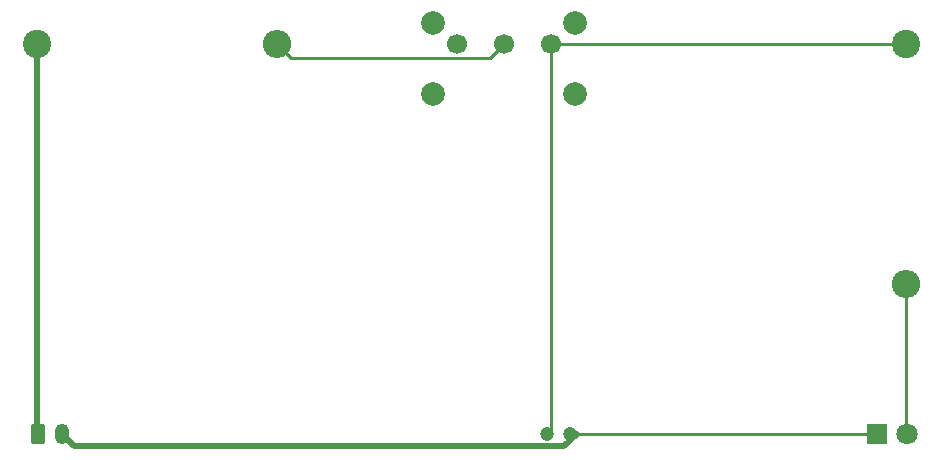
<source format=gbr>
%TF.GenerationSoftware,KiCad,Pcbnew,(6.0.10)*%
%TF.CreationDate,2023-02-17T09:23:00-08:00*%
%TF.ProjectId,PCB layout,50434220-6c61-4796-9f75-742e6b696361,rev?*%
%TF.SameCoordinates,Original*%
%TF.FileFunction,Copper,L1,Top*%
%TF.FilePolarity,Positive*%
%FSLAX46Y46*%
G04 Gerber Fmt 4.6, Leading zero omitted, Abs format (unit mm)*
G04 Created by KiCad (PCBNEW (6.0.10)) date 2023-02-17 09:23:00*
%MOMM*%
%LPD*%
G01*
G04 APERTURE LIST*
G04 Aperture macros list*
%AMRoundRect*
0 Rectangle with rounded corners*
0 $1 Rounding radius*
0 $2 $3 $4 $5 $6 $7 $8 $9 X,Y pos of 4 corners*
0 Add a 4 corners polygon primitive as box body*
4,1,4,$2,$3,$4,$5,$6,$7,$8,$9,$2,$3,0*
0 Add four circle primitives for the rounded corners*
1,1,$1+$1,$2,$3*
1,1,$1+$1,$4,$5*
1,1,$1+$1,$6,$7*
1,1,$1+$1,$8,$9*
0 Add four rect primitives between the rounded corners*
20,1,$1+$1,$2,$3,$4,$5,0*
20,1,$1+$1,$4,$5,$6,$7,0*
20,1,$1+$1,$6,$7,$8,$9,0*
20,1,$1+$1,$8,$9,$2,$3,0*%
G04 Aperture macros list end*
%TA.AperFunction,ComponentPad*%
%ADD10RoundRect,0.250000X-0.350000X-0.625000X0.350000X-0.625000X0.350000X0.625000X-0.350000X0.625000X0*%
%TD*%
%TA.AperFunction,ComponentPad*%
%ADD11O,1.200000X1.750000*%
%TD*%
%TA.AperFunction,ComponentPad*%
%ADD12C,2.000000*%
%TD*%
%TA.AperFunction,ComponentPad*%
%ADD13C,1.700000*%
%TD*%
%TA.AperFunction,ComponentPad*%
%ADD14R,1.800000X1.800000*%
%TD*%
%TA.AperFunction,ComponentPad*%
%ADD15C,1.800000*%
%TD*%
%TA.AperFunction,ComponentPad*%
%ADD16C,2.400000*%
%TD*%
%TA.AperFunction,ComponentPad*%
%ADD17O,2.400000X2.400000*%
%TD*%
%TA.AperFunction,ComponentPad*%
%ADD18C,1.200000*%
%TD*%
%TA.AperFunction,Conductor*%
%ADD19C,0.254000*%
%TD*%
%TA.AperFunction,Conductor*%
%ADD20C,0.508000*%
%TD*%
G04 APERTURE END LIST*
D10*
%TO.P,J1,1,Pin_1*%
%TO.N,Net-(J1-Pad1)*%
X89025000Y-81280000D03*
D11*
%TO.P,J1,2,Pin_2*%
%TO.N,Net-(C1-Pad2)*%
X91025000Y-81280000D03*
%TD*%
D12*
%TO.P,SW1,*%
%TO.N,*%
X122460000Y-52510000D03*
X122460000Y-46510000D03*
X134460000Y-52510000D03*
X134460000Y-46510000D03*
D13*
%TO.P,SW1,1,A*%
%TO.N,unconnected-(SW1-Pad1)*%
X124460000Y-48260000D03*
%TO.P,SW1,2,B*%
%TO.N,Net-(R1-Pad2)*%
X128460000Y-48260000D03*
%TO.P,SW1,3,C*%
%TO.N,Net-(C1-Pad1)*%
X132460000Y-48260000D03*
%TD*%
D14*
%TO.P,D1,1,K*%
%TO.N,Net-(C1-Pad2)*%
X160020000Y-81280000D03*
D15*
%TO.P,D1,2,A*%
%TO.N,Net-(D1-Pad2)*%
X162560000Y-81280000D03*
%TD*%
D16*
%TO.P,R2,1*%
%TO.N,Net-(C1-Pad1)*%
X162520000Y-48260000D03*
D17*
%TO.P,R2,2*%
%TO.N,Net-(D1-Pad2)*%
X162520000Y-68580000D03*
%TD*%
D16*
%TO.P,R1,1*%
%TO.N,Net-(J1-Pad1)*%
X88900000Y-48260000D03*
D17*
%TO.P,R1,2*%
%TO.N,Net-(R1-Pad2)*%
X109220000Y-48260000D03*
%TD*%
D18*
%TO.P,C1,1*%
%TO.N,Net-(C1-Pad1)*%
X132080000Y-81280000D03*
%TO.P,C1,2*%
%TO.N,Net-(C1-Pad2)*%
X134080000Y-81280000D03*
%TD*%
D19*
%TO.N,Net-(C1-Pad1)*%
X132460000Y-48260000D02*
X132460000Y-80900000D01*
X132460000Y-80900000D02*
X132080000Y-81280000D01*
X132460000Y-48260000D02*
X162520000Y-48260000D01*
D20*
%TO.N,Net-(C1-Pad2)*%
X91025000Y-81280000D02*
X92079000Y-82334000D01*
X92079000Y-82334000D02*
X133566000Y-82334000D01*
D19*
X160020000Y-81280000D02*
X134080000Y-81280000D01*
D20*
X133566000Y-82334000D02*
X134620000Y-81280000D01*
D19*
%TO.N,Net-(D1-Pad2)*%
X162520000Y-81240000D02*
X162560000Y-81280000D01*
X162520000Y-68580000D02*
X162520000Y-81240000D01*
D20*
%TO.N,Net-(J1-Pad1)*%
X89025000Y-81280000D02*
X88900000Y-81155000D01*
X88900000Y-81155000D02*
X88900000Y-48260000D01*
D19*
%TO.N,Net-(R1-Pad2)*%
X110420000Y-49460000D02*
X127260000Y-49460000D01*
X109220000Y-48260000D02*
X110420000Y-49460000D01*
X127260000Y-49460000D02*
X128460000Y-48260000D01*
%TD*%
M02*

</source>
